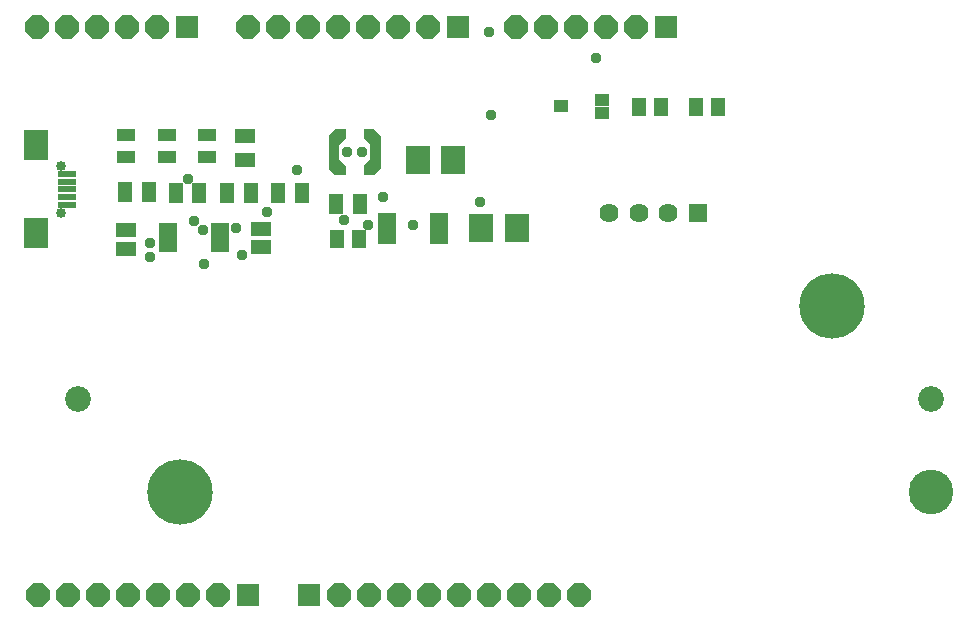
<source format=gts>
G04 EAGLE Gerber RS-274X export*
G75*
%MOMM*%
%FSLAX34Y34*%
%LPD*%
%INTop Solder Mask*%
%IPPOS*%
%AMOC8*
5,1,8,0,0,1.08239X$1,22.5*%
G01*
%ADD10R,1.603200X0.603200*%
%ADD11C,0.853200*%
%ADD12R,2.103200X2.503200*%
%ADD13P,2.144431X8X292.500000*%
%ADD14R,1.981200X1.981200*%
%ADD15P,2.144431X8X112.500000*%
%ADD16R,1.603200X0.503200*%
%ADD17C,2.183200*%
%ADD18C,5.528200*%
%ADD19C,3.788200*%
%ADD20R,1.628200X0.653200*%
%ADD21R,1.253200X1.603200*%
%ADD22R,1.653200X1.153200*%
%ADD23R,1.153200X1.653200*%
%ADD24R,1.603200X1.103200*%
%ADD25R,1.673200X1.223200*%
%ADD26R,2.003200X2.453200*%
%ADD27R,1.621200X1.621200*%
%ADD28C,1.621200*%
%ADD29R,1.303200X1.003200*%
%ADD30C,0.959600*%

G36*
X310082Y381857D02*
X310082Y381857D01*
X310084Y381856D01*
X315684Y387356D01*
X315684Y387359D01*
X315685Y387360D01*
X315685Y415260D01*
X315683Y415262D01*
X315684Y415264D01*
X310084Y420764D01*
X310081Y420764D01*
X310080Y420765D01*
X301180Y420765D01*
X301175Y420761D01*
X301175Y420760D01*
X301175Y413010D01*
X301177Y413008D01*
X301176Y413007D01*
X306975Y407058D01*
X306975Y395562D01*
X301176Y389613D01*
X301176Y389612D01*
X301176Y389611D01*
X301175Y389610D01*
X301175Y381860D01*
X301179Y381855D01*
X301180Y381855D01*
X310080Y381855D01*
X310082Y381857D01*
G37*
G36*
X286185Y381859D02*
X286185Y381859D01*
X286185Y381860D01*
X286185Y389610D01*
X286183Y389612D01*
X286184Y389613D01*
X280385Y395562D01*
X280385Y407058D01*
X286184Y413007D01*
X286184Y413008D01*
X286184Y413009D01*
X286185Y413010D01*
X286185Y420760D01*
X286181Y420765D01*
X286180Y420765D01*
X277280Y420765D01*
X277278Y420763D01*
X277277Y420764D01*
X271677Y415264D01*
X271676Y415262D01*
X271675Y415261D01*
X271675Y415260D01*
X271675Y387360D01*
X271677Y387358D01*
X271677Y387356D01*
X277277Y381856D01*
X277279Y381856D01*
X277280Y381855D01*
X286180Y381855D01*
X286185Y381859D01*
G37*
D10*
X50000Y383000D03*
X50000Y376500D03*
X50000Y370000D03*
X50000Y363500D03*
X50000Y357000D03*
D11*
X45000Y390000D03*
X45000Y350000D03*
D12*
X23500Y407500D03*
X23500Y332500D03*
D13*
X126600Y507300D03*
D14*
X152000Y507300D03*
D13*
X101200Y507300D03*
X75800Y507300D03*
X50400Y507300D03*
X25000Y507300D03*
X355500Y507100D03*
D14*
X380900Y507100D03*
D13*
X330100Y507100D03*
X304700Y507100D03*
X279300Y507100D03*
X253900Y507100D03*
X228500Y507100D03*
X203100Y507100D03*
D15*
X279916Y26100D03*
D14*
X254516Y26100D03*
D15*
X305316Y26100D03*
X330716Y26100D03*
X356116Y26100D03*
X381516Y26100D03*
X406916Y26100D03*
X432316Y26100D03*
X457716Y26100D03*
X483116Y26100D03*
D16*
X135900Y339000D03*
X135900Y334000D03*
X135900Y329000D03*
X135900Y324000D03*
X135900Y319000D03*
X179900Y319000D03*
X179900Y324000D03*
X179900Y329000D03*
X179900Y334000D03*
X179900Y339000D03*
D13*
X531860Y507000D03*
D14*
X557260Y507000D03*
D13*
X506460Y507000D03*
X481060Y507000D03*
X455660Y507000D03*
X430260Y507000D03*
D17*
X59600Y192700D03*
X781600Y192700D03*
D18*
X146000Y114000D03*
D19*
X781600Y114000D03*
D18*
X698000Y271400D03*
D20*
X321130Y346110D03*
X321130Y339610D03*
X321130Y333110D03*
X321130Y326610D03*
X365370Y326610D03*
X365370Y333110D03*
X365370Y339610D03*
X365370Y346110D03*
D21*
X278280Y328030D03*
X297280Y328030D03*
D22*
X200600Y395100D03*
X200600Y415100D03*
D23*
X185800Y367000D03*
X205800Y367000D03*
X142000Y367100D03*
X162000Y367100D03*
X99200Y367200D03*
X119200Y367200D03*
D24*
X168700Y396900D03*
X168700Y415900D03*
X134600Y397000D03*
X134600Y416000D03*
X100000Y397100D03*
X100000Y416100D03*
D25*
X213900Y320700D03*
X213900Y336700D03*
X100200Y335600D03*
X100200Y319600D03*
D23*
X277880Y357610D03*
X297880Y357610D03*
D26*
X346840Y394470D03*
X376840Y394470D03*
X400640Y337020D03*
X430640Y337020D03*
D27*
X584030Y349640D03*
D28*
X559030Y349640D03*
X534030Y349640D03*
X509030Y349640D03*
D21*
X582280Y439670D03*
X601280Y439670D03*
D29*
X503400Y445790D03*
X503400Y434790D03*
X467900Y440290D03*
D21*
X534320Y439930D03*
X553320Y439930D03*
D13*
X177608Y26000D03*
D14*
X203008Y26000D03*
D13*
X152208Y26000D03*
X126808Y26000D03*
X101408Y26000D03*
X76008Y26000D03*
X50608Y26000D03*
X25208Y26000D03*
D23*
X228760Y367030D03*
X248760Y367030D03*
D30*
X152556Y378930D03*
X120396Y324104D03*
X166116Y306324D03*
X157226Y343408D03*
X193040Y336804D03*
X198272Y314300D03*
X317500Y363220D03*
X287020Y401320D03*
X497840Y481330D03*
X120650Y312420D03*
X245110Y386080D03*
X305276Y339788D03*
X284480Y344170D03*
X342900Y339788D03*
X299720Y401320D03*
X407670Y502920D03*
X400050Y359410D03*
X408940Y433070D03*
X165100Y335280D03*
X219710Y350520D03*
M02*

</source>
